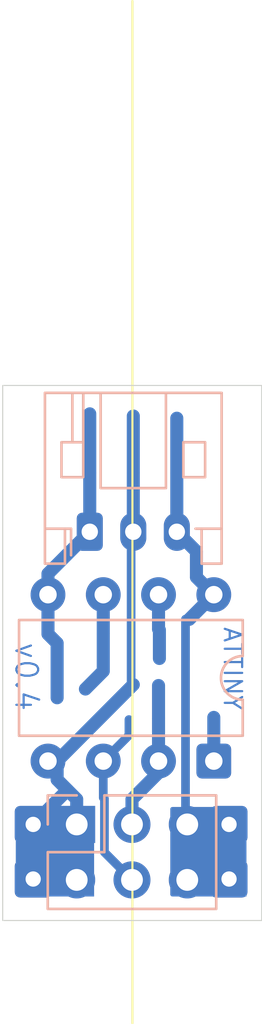
<source format=kicad_pcb>
(kicad_pcb (version 20241229) (generator "pcbnew") (generator_version "9.0")
  (layers (0 "F.Cu" signal) (2 "B.Cu" signal) (5 "F.SilkS" user "F.Silkscreen") (7 "B.SilkS" user "B.Silkscreen") (1 "F.Mask" user) (3 "B.Mask" user) (25 "Edge.Cuts" user))
  (net 0 "")
  (net 1 "GND")
  (net 2 "VCC")
  (net 3 "unconnected-(U1-~{RESET}{slash}PB5-Pad1)")
  (net 4 "unconnected-(U1-PB2-Pad7)")
  (net 5 "Net-(BLD-O1-Pin_1)")
  (net 6 "unconnected-(U1-PB1-Pad6)")
  (net 7 "Net-(J-IN1-Pin_3)")
  (net 8 "Net-(J-IN1-Pin_4)")
  (footprint "" (layer "F.Cu") (at 170.6 131.4)
    (property "Reference" "" (at 0 0 0) (layer "F.SilkS") (effects (font (size 1.27 1.27))))
    (property "Value" "")
    (pad "1" thru_hole roundrect (at 0 0) (size 1.7 1.7) (drill 0.7) (layers "*.Cu" "*.Mask") (roundrect_rratio 0.147059) (net 2 "VCC"))
  )
  (footprint "Connector_Wire:SolderWire-0.15sqmm_1x01_D0.5mm_OD1.5mm" (layer "B.Cu") (at 161.6 131.4)
    (property "Reference" "GND-I1" (hide yes))
    (property "Value" "GND-I")
    (pad "1" thru_hole roundrect (at 0 0) (size 1.7 1.7) (drill 0.7) (layers "*.Cu" "*.Mask") (roundrect_rratio 0.147059) (net 1 "GND"))
  )
  (footprint "Connector_Wire:SolderWire-0.15sqmm_1x01_D0.5mm_OD1.5mm" (layer "B.Cu") (at 170.6 128.9)
    (property "Reference" "VCC-I1" (hide yes))
    (property "Value" "VCC-I")
    (pad "1" thru_hole roundrect (at 0 0) (size 1.7 1.7) (drill 0.7) (layers "*.Cu" "*.Mask") (roundrect_rratio 0.147059) (net 2 "VCC"))
  )
  (footprint "Connector_PinHeader_2.54mm:PinHeader_2x03_P2.54mm_Vertical" (layer "B.Cu") (at 163.6 128.9 -90)
    (property "Reference" "J-IN1" (hide yes))
    (property "Value" "Conn_02x03_Odd_Even")
    (fp_line (start -1.33 1.33) (end 0 1.33) (stroke (width 0.12)) (layer "B.SilkS"))
    (fp_line (start 1.27 1.33) (end 3.87 1.33) (stroke (width 0.12)) (layer "B.SilkS"))
    (fp_line (start 3.87 1.33) (end 3.87 -6.41) (stroke (width 0.12)) (layer "B.SilkS"))
    (fp_line (start -1.33 0) (end -1.33 1.33) (stroke (width 0.12)) (layer "B.SilkS"))
    (fp_line (start -1.33 -1.27) (end 1.27 -1.27) (stroke (width 0.12)) (layer "B.SilkS"))
    (fp_line (start -1.33 -1.27) (end -1.33 -6.41) (stroke (width 0.12)) (layer "B.SilkS"))
    (fp_line (start 1.27 -1.27) (end 1.27 1.33) (stroke (width 0.12)) (layer "B.SilkS"))
    (fp_line (start -1.33 -6.41) (end 3.87 -6.41) (stroke (width 0.12)) (layer "B.SilkS"))
    (pad "1" thru_hole rect (at 0 0 270) (size 1.7 1.7) (drill 1) (layers "*.Cu" "*.Mask") (net 1 "GND"))
    (pad "2" thru_hole oval (at 2.54 0 270) (size 1.7 1.7) (drill 1) (layers "*.Cu" "*.Mask") (net 1 "GND"))
    (pad "3" thru_hole oval (at 0 -2.54 270) (size 1.7 1.7) (drill 1) (layers "*.Cu" "*.Mask") (net 7 "Net-(J-IN1-Pin_3)"))
    (pad "4" thru_hole oval (at 2.54 -2.54 270) (size 1.7 1.7) (drill 1) (layers "*.Cu" "*.Mask") (net 8 "Net-(J-IN1-Pin_4)"))
    (pad "5" thru_hole oval (at 0 -5.08 270) (size 1.7 1.7) (drill 1) (layers "*.Cu" "*.Mask") (net 2 "VCC"))
    (pad "6" thru_hole oval (at 2.54 -5.08 270) (size 1.7 1.7) (drill 1) (layers "*.Cu" "*.Mask") (net 2 "VCC"))
  )
  (footprint "Package_DIP:DIP-8_W7.62mm" (layer "B.Cu") (at 169.9 126 90)
    (property "Reference" "U1" (hide yes))
    (property "Value" "ATtiny85-20P" (hide yes))
    (fp_line (start 6.46 -8.95) (end 6.46 1.33) (stroke (width 0.12)) (layer "B.SilkS"))
    (fp_line (start 1.16 -8.95) (end 6.46 -8.95) (stroke (width 0.12)) (layer "B.SilkS"))
    (fp_line (start 6.46 1.33) (end 4.81 1.33) (stroke (width 0.12)) (layer "B.SilkS"))
    (fp_line (start 2.81 1.33) (end 1.16 1.33) (stroke (width 0.12)) (layer "B.SilkS"))
    (fp_line (start 1.16 1.33) (end 1.16 -8.95) (stroke (width 0.12)) (layer "B.SilkS"))
    (fp_arc (start 2.81 1.33) (mid 3.81 0.33) (end 4.81 1.33) (stroke (width 0.12)) (layer "B.SilkS"))
    (pad "1" thru_hole roundrect (at 0 0 90) (size 1.6 1.6) (drill 0.8) (layers "*.Cu" "*.Mask") (roundrect_rratio 0.15625) (net 3 "unconnected-(U1-~{RESET}{slash}PB5-Pad1)"))
    (pad "2" thru_hole circle (at 0 -2.54 90) (size 1.6 1.6) (drill 0.8) (layers "*.Cu" "*.Mask") (net 7 "Net-(J-IN1-Pin_3)"))
    (pad "3" thru_hole circle (at 0 -5.08 90) (size 1.6 1.6) (drill 0.8) (layers "*.Cu" "*.Mask") (net 8 "Net-(J-IN1-Pin_4)"))
    (pad "4" thru_hole circle (at 0 -7.62 90) (size 1.6 1.6) (drill 0.8) (layers "*.Cu" "*.Mask") (net 1 "GND"))
    (pad "5" thru_hole circle (at 7.62 -7.62 90) (size 1.6 1.6) (drill 0.8) (layers "*.Cu" "*.Mask") (net 5 "Net-(BLD-O1-Pin_1)"))
    (pad "6" thru_hole circle (at 7.62 -5.08 90) (size 1.6 1.6) (drill 0.8) (layers "*.Cu" "*.Mask") (net 6 "unconnected-(U1-PB1-Pad6)"))
    (pad "7" thru_hole circle (at 7.62 -2.54 90) (size 1.6 1.6) (drill 0.8) (layers "*.Cu" "*.Mask") (net 4 "unconnected-(U1-PB2-Pad7)"))
    (pad "8" thru_hole circle (at 7.62 0 90) (size 1.6 1.6) (drill 0.8) (layers "*.Cu" "*.Mask") (net 2 "VCC"))
  )
  (footprint "Connector_Wire:SolderWire-0.15sqmm_1x01_D0.5mm_OD1.5mm" (layer "B.Cu") (at 161.6 128.9)
    (property "Reference" "GND-I2" (hide yes))
    (property "Value" "Conn_01x01")
    (pad "1" thru_hole roundrect (at 0 0) (size 1.7 1.7) (drill 0.7) (layers "*.Cu" "*.Mask") (roundrect_rratio 0.147059) (net 1 "GND"))
  )
  (footprint "Connector_JST:JST_PH_S3B-PH-K_1x03_P2.00mm_Horizontal" (layer "B.Cu") (at 164.2 115.5)
    (property "Reference" "BLD-O1" (hide yes))
    (property "Value" "Conn_01x03_Pin")
    (fp_line (start -2.06 -6.36) (end 6.06 -6.36) (stroke (width 0.12)) (layer "B.SilkS"))
    (fp_line (start -2.06 -0.14) (end -1.14 -0.14) (stroke (width 0.12)) (layer "B.SilkS"))
    (fp_line (start -2.06 1.46) (end -2.06 -6.36) (stroke (width 0.12)) (layer "B.SilkS"))
    (fp_line (start -1.3 -4.1) (end -0.3 -4.1) (stroke (width 0.12)) (layer "B.SilkS"))
    (fp_line (start -1.3 -2.5) (end -1.3 -4.1) (stroke (width 0.12)) (layer "B.SilkS"))
    (fp_line (start -1.14 -0.14) (end -1.14 1.46) (stroke (width 0.12)) (layer "B.SilkS"))
    (fp_line (start -1.14 1.46) (end -2.06 1.46) (stroke (width 0.12)) (layer "B.SilkS"))
    (fp_line (start -0.86 -0.14) (end -1.14 -0.14) (stroke (width 0.12)) (layer "B.SilkS"))
    (fp_line (start -0.86 -0.14) (end -0.86 1.075) (stroke (width 0.12)) (layer "B.SilkS"))
    (fp_line (start -0.8 -4.1) (end -0.8 -6.36) (stroke (width 0.12)) (layer "B.SilkS"))
    (fp_line (start -0.3 -4.1) (end -0.3 -6.36) (stroke (width 0.12)) (layer "B.SilkS"))
    (fp_line (start -0.3 -4.1) (end -0.3 -2.5) (stroke (width 0.12)) (layer "B.SilkS"))
    (fp_line (start -0.3 -2.5) (end -1.3 -2.5) (stroke (width 0.12)) (layer "B.SilkS"))
    (fp_line (start 0.5 -6.36) (end 0.5 -2) (stroke (width 0.12)) (layer "B.SilkS"))
    (fp_line (start 0.5 -2) (end 3.5 -2) (stroke (width 0.12)) (layer "B.SilkS"))
    (fp_line (start 3.5 -2) (end 3.5 -6.36) (stroke (width 0.12)) (layer "B.SilkS"))
    (fp_line (start 4.3 -4.1) (end 4.3 -2.5) (stroke (width 0.12)) (layer "B.SilkS"))
    (fp_line (start 4.3 -2.5) (end 5.3 -2.5) (stroke (width 0.12)) (layer "B.SilkS"))
    (fp_line (start 5.14 -0.14) (end 4.86 -0.14) (stroke (width 0.12)) (layer "B.SilkS"))
    (fp_line (start 5.14 1.46) (end 5.14 -0.14) (stroke (width 0.12)) (layer "B.SilkS"))
    (fp_line (start 5.3 -4.1) (end 4.3 -4.1) (stroke (width 0.12)) (layer "B.SilkS"))
    (fp_line (start 5.3 -2.5) (end 5.3 -4.1) (stroke (width 0.12)) (layer "B.SilkS"))
    (fp_line (start 6.06 -6.36) (end 6.06 1.46) (stroke (width 0.12)) (layer "B.SilkS"))
    (fp_line (start 6.06 -0.14) (end 5.14 -0.14) (stroke (width 0.12)) (layer "B.SilkS"))
    (fp_line (start 6.06 1.46) (end 5.14 1.46) (stroke (width 0.12)) (layer "B.SilkS"))
    (pad "1" thru_hole roundrect (at 0 0) (size 1.2 1.75) (drill 0.75) (layers "*.Cu" "*.Mask") (roundrect_rratio 0.208333) (net 5 "Net-(BLD-O1-Pin_1)"))
    (pad "2" thru_hole oval (at 2 0) (size 1.2 1.75) (drill 0.75) (layers "*.Cu" "*.Mask") (net 1 "GND"))
    (pad "3" thru_hole oval (at 4 0) (size 1.2 1.75) (drill 0.75) (layers "*.Cu" "*.Mask") (net 2 "VCC"))
  )
  (gr_poly (pts (xy 171.3 128.2) (xy 171.3 132.1) (xy 168 132.1) (xy 168 128.2)) (stroke (width 0.2)) (fill yes) (layer "B.Cu") (net 2))
  (gr_poly (pts (xy 164.3 132.1) (xy 160.9 132.1) (xy 160.9 128.2) (xy 164.3 128.2)) (stroke (width 0.2)) (fill yes) (layer "B.Cu") (net 1))
  (gr_line (start 166.16 138) (end 166.16 91.2) (stroke (width 0.1)) (layer "F.SilkS"))
  (gr_rect (start 160.2 108.8) (end 172.1 133.3) (stroke (width 0.05)) (fill no) (layer "Edge.Cuts"))
  (gr_text "ATTINY" (at 170.3 119.8 270) (layer "B.Cu") (effects (font (size 0.8 0.8) (thickness 0.1)) (justify left bottom)))
  (gr_text "v0.4" (at 160.7 120.5 270) (layer "B.Cu") (effects (font (size 1 1) (thickness 0.1)) (justify left bottom)))
  (segment (start 163.6 128.9) (end 163.6 127.748) (width 0.6) (layer "B.Cu") (net 1))
  (segment (start 163.176 127.324) (end 162.7 126.848) (width 0.6) (layer "B.Cu") (net 1))
  (segment (start 166.1 115.6) (end 166.2 115.5) (width 0.4) (layer "B.Cu") (net 1))
  (segment (start 166.2 115.5) (end 166.2 112.8) (width 0.6) (layer "B.Cu") (net 1))
  (segment (start 161.6 131.4) (end 163.56 131.4) (width 0.6) (layer "B.Cu") (net 1))
  (segment (start 163.6 128.9) (end 163.6 131.44) (width 0.6) (layer "B.Cu") (net 1))
  (segment (start 161.6 129.994) (end 161.6 130.109) (width 0.6) (layer "B.Cu") (net 1))
  (segment (start 161.6 128.9) (end 161.6 129.953) (width 0.6) (layer "B.Cu") (net 1))
  (segment (start 162.7 126) (end 162.28 126) (width 0.2) (layer "B.Cu") (net 1))
  (segment (start 166.1 122.4) (end 166.1 115.6) (width 0.4) (layer "B.Cu") (net 1))
  (segment (start 162.7 126.848) (end 162.7 126) (width 0.6) (layer "B.Cu") (net 1))
  (segment (start 161.6 128.9) (end 163.176 127.324) (width 0.6) (layer "B.Cu") (net 1))
  (segment (start 163.56 131.4) (end 163.6 131.44) (width 0.6) (layer "B.Cu") (net 1))
  (segment (start 163.6 127.748) (end 163.176 127.324) (width 0.6) (layer "B.Cu") (net 1))
  (segment (start 161.6 130.109) (end 161.6 130.15) (width 0.6) (layer "B.Cu") (net 1))
  (segment (start 166.2 122.5) (end 166.1 122.4) (width 0.4) (layer "B.Cu") (net 1))
  (segment (start 161.6 129.953) (end 161.6 129.994) (width 0.2) (layer "B.Cu") (net 1))
  (segment (start 161.6 128.9) (end 163.6 128.9) (width 0.6) (layer "B.Cu") (net 1))
  (segment (start 166.2 112.8) (end 166.2 110.2) (width 0.6) (layer "B.Cu") (net 1))
  (segment (start 162.7 126) (end 166.2 122.5) (width 0.6) (layer "B.Cu") (net 1))
  (segment (start 161.6 130.15) (end 161.6 131.4) (width 0.6) (layer "B.Cu") (net 1))
  (segment (start 168.2 115.5) (end 168.2 112.8) (width 0.6) (layer "B.Cu") (net 2))
  (segment (start 168.68 131.44) (end 168.68 128.9) (width 0.6) (layer "B.Cu") (net 2))
  (segment (start 169.102 117.582) (end 169.9 118.38) (width 0.6) (layer "B.Cu") (net 2))
  (segment (start 169.102 117.582) (end 169.102 116.402) (width 0.6) (layer "B.Cu") (net 2))
  (segment (start 168.6 119.5) (end 168.6 128.8) (width 0.4) (layer "B.Cu") (net 2))
  (segment (start 168.68 131.44) (end 170.56 131.44) (width 0.6) (layer "B.Cu") (net 2))
  (segment (start 168.771 128.809) (end 168.68 128.9) (width 0.4) (layer "B.Cu") (net 2))
  (segment (start 169.102 116.402) (end 168.2 115.5) (width 0.6) (layer "B.Cu") (net 2))
  (segment (start 170.56 131.44) (end 170.6 131.4) (width 0.6) (layer "B.Cu") (net 2))
  (segment (start 170.6 128.9) (end 170.6 131.4) (width 0.6) (layer "B.Cu") (net 2))
  (segment (start 170.6 128.9) (end 168.68 128.9) (width 0.6) (layer "B.Cu") (net 2))
  (segment (start 168.771 119.509) (end 169.9 118.38) (width 0.6) (layer "B.Cu") (net 2))
  (segment (start 168.2 112.8) (end 168.2 110.3) (width 0.6) (layer "B.Cu") (net 2))
  (segment (start 169.9 126) (end 169.9 124) (width 0.6) (layer "B.Cu") (net 3))
  (segment (start 167.4 120) (end 167.4 121.3) (width 0.6) (layer "B.Cu") (net 4))
  (segment (start 167.36 118.38) (end 167.36 119.96) (width 0.6) (layer "B.Cu") (net 4))
  (segment (start 167.36 119.96) (end 167.4 120) (width 0.6) (layer "B.Cu") (net 4))
  (segment (start 162.28 120.18) (end 162.7 120.6) (width 0.6) (layer "B.Cu") (net 5))
  (segment (start 162.28 117.42) (end 164.2 115.5) (width 0.6) (layer "B.Cu") (net 5))
  (segment (start 162.28 118.38) (end 162.28 117.42) (width 0.6) (layer "B.Cu") (net 5))
  (segment (start 162.7 120.6) (end 162.7 123.1) (width 0.6) (layer "B.Cu") (net 5))
  (segment (start 164.2 112.8) (end 164.2 110.1) (width 0.6) (layer "B.Cu") (net 5))
  (segment (start 164.2 115.5) (end 164.2 112.8) (width 0.6) (layer "B.Cu") (net 5))
  (segment (start 162.28 118.38) (end 162.28 120.18) (width 0.6) (layer "B.Cu") (net 5))
  (segment (start 164.82 120.18) (end 164.82 121.88) (width 0.6) (layer "B.Cu") (net 6))
  (segment (start 164.82 121.88) (end 164 122.7) (width 0.6) (layer "B.Cu") (net 6))
  (segment (start 164.82 118.38) (end 164.82 120.18) (width 0.6) (layer "B.Cu") (net 6))
  (segment (start 167.36 126) (end 167.36 124.04) (width 0.6) (layer "B.Cu") (net 7))
  (segment (start 167.36 126) (end 167.36 126.528) (width 0.2) (layer "B.Cu") (net 7))
  (segment (start 167.36 126.528) (end 166.14 127.748) (width 0.6) (layer "B.Cu") (net 7))
  (segment (start 167.36 124.04) (end 167.4 124) (width 0.2) (layer "B.Cu") (net 7))
  (segment (start 167.36 122.54) (end 167.4 122.5) (width 0.2) (layer "B.Cu") (net 7))
  (segment (start 166.14 128.9) (end 166.14 127.748) (width 0.6) (layer "B.Cu") (net 7))
  (segment (start 167.36 124.04) (end 167.36 122.54) (width 0.6) (layer "B.Cu") (net 7))
  (segment (start 164.82 126) (end 164.82 127.674) (width 0.4) (layer "B.Cu") (net 8))
  (segment (start 164.826 127.674) (end 164.873813 127.721813) (width 0.4) (layer "B.Cu") (net 8))
  (segment (start 164.82 127.674) (end 164.826 127.674) (width 0.4) (layer "B.Cu") (net 8))
  (segment (start 164.873813 130.173813) (end 166.14 131.44) (width 0.4) (layer "B.Cu") (net 8))
  (segment (start 164.82 126) (end 166 124.82) (width 0.4) (layer "B.Cu") (net 8))
  (segment (start 166 124.82) (end 166 124.1) (width 0.4) (layer "B.Cu") (net 8))
  (segment (start 164.873813 127.721813) (end 164.873813 130.173813) (width 0.4) (layer "B.Cu") (net 8))
)
</source>
